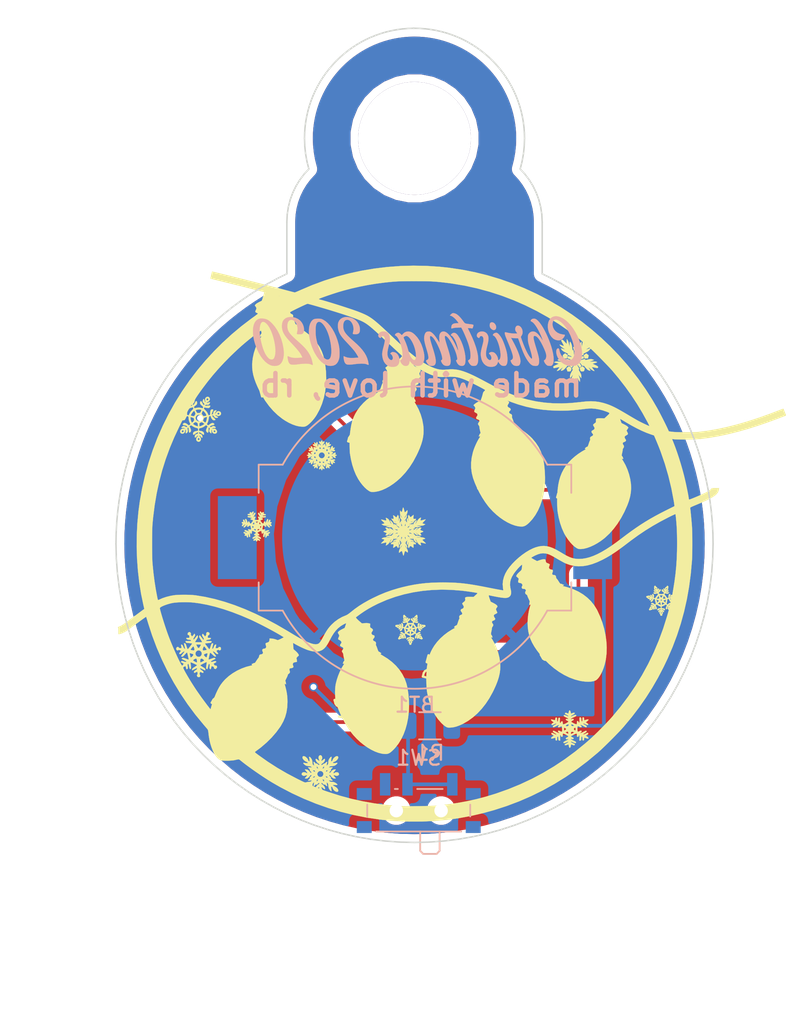
<source format=kicad_pcb>
(kicad_pcb (version 20171130) (host pcbnew "(5.1.8)-1")
  (layers (0 F.Cu signal) (31 B.Cu signal) (34 B.Paste user) (35 F.Paste user) (36 B.SilkS user) (37 F.SilkS user) (38 B.Mask user) (39 F.Mask user) (44 Edge.Cuts user))
  (net 0 "")
  (net 1 /Vin)
  (net 2 /GND)
  (net 3 /VRes)
  (net 4 "Net-(SW1-Pad3)")
  (module LED_SMD:LED_1206_3216Metric (layer F.Cu) (at -13.2 4.4 60)
    (fp_text reference D8 (at 0 -1.82 60) (layer F.SilkS))
    (fp_text value LED)
    (pad 2 smd roundrect (at 1.4 0 60) (size 1.25 1.75) (layers F.Cu F.Paste F.Mask) (roundrect_rratio 0.2) (net 3 /VRes))
    (pad 1 smd roundrect (at -1.4 0 60) (size 1.25 1.75) (layers F.Cu F.Paste F.Mask) (roundrect_rratio 0.2) (net 2 /GND))
  )
  (module LED_SMD:LED_1206_3216Metric (layer F.Cu) (at -5 3.8 105)
    (fp_text reference D7 (at 0 -1.82 105) (layer F.SilkS))
    (fp_text value LED)
    (pad 2 smd roundrect (at 1.4 0 105) (size 1.25 1.75) (layers F.Cu F.Paste F.Mask) (roundrect_rratio 0.2) (net 3 /VRes))
    (pad 1 smd roundrect (at -1.4 0 105) (size 1.25 1.75) (layers F.Cu F.Paste F.Mask) (roundrect_rratio 0.2) (net 2 /GND))
  )
  (module Button_Switch_SMD:SW_SPDT_PCM12 (layer B.Cu) (at -1.75 10.75 180)
    (fp_text reference SW1 (at 0 3.2) (layer B.SilkS) (effects (justify mirror)))
    (fp_text value SW_SPDT)
    (pad "" smd rect (at -3.65 0.78 180) (size 1 0.8) (layers B.Cu B.Paste B.Mask))
    (pad "" smd rect (at 3.65 0.78 180) (size 1 0.8) (layers B.Cu B.Paste B.Mask))
    (pad "" smd rect (at 3.65 -1.43 180) (size 1 0.8) (layers B.Cu B.Paste B.Mask))
    (pad "" smd rect (at -3.65 -1.43 180) (size 1 0.8) (layers B.Cu B.Paste B.Mask))
    (pad 3 smd rect (at 2.25 1.43 180) (size 0.7 1.5) (layers B.Cu B.Paste B.Mask) (net 4 "Net-(SW1-Pad3)"))
    (pad 2 smd rect (at 0.75 1.43 180) (size 0.7 1.5) (layers B.Cu B.Paste B.Mask) (net 3 /VRes))
    (pad 1 smd rect (at -2.25 1.43 180) (size 0.7 1.5) (layers B.Cu B.Paste B.Mask) (net 3 /VRes))
    (pad "" np_thru_hole circle (at 1.5 -0.33 180) (size 0.9 0.9) (drill 0.9) (layers *.Cu *.Mask))
    (pad "" np_thru_hole circle (at -1.5 -0.33 180) (size 0.9 0.9) (drill 0.9) (layers *.Cu *.Mask))
  )
  (module Resistor_SMD:R_1206_3216Metric (layer B.Cu) (at -1 5.4)
    (fp_text reference R1 (at 0 1.82 180) (layer B.SilkS) (effects (justify mirror)))
    (fp_text value R)
    (pad 2 smd roundrect (at 1.4625 0) (size 1.125 1.75) (layers B.Cu B.Paste B.Mask) (roundrect_rratio 0.2222213333333333) (net 1 /Vin))
    (pad 1 smd roundrect (at -1.4625 0) (size 1.125 1.75) (layers B.Cu B.Paste B.Mask) (roundrect_rratio 0.2222213333333333) (net 3 /VRes))
  )
  (module LED_SMD:LED_1206_3216Metric (layer F.Cu) (at 10 -10 75)
    (fp_text reference D6 (at 0 -1.82 75) (layer F.SilkS))
    (fp_text value LED)
    (pad 2 smd roundrect (at 1.4 0 75) (size 1.25 1.75) (layers F.Cu F.Paste F.Mask) (roundrect_rratio 0.2) (net 3 /VRes))
    (pad 1 smd roundrect (at -1.4 0 75) (size 1.25 1.75) (layers F.Cu F.Paste F.Mask) (roundrect_rratio 0.2) (net 2 /GND))
  )
  (module LED_SMD:LED_1206_3216Metric (layer F.Cu) (at 1 2 75)
    (fp_text reference D5 (at 0 -1.82 75) (layer F.SilkS))
    (fp_text value LED)
    (pad 2 smd roundrect (at 1.4 0 75) (size 1.25 1.75) (layers F.Cu F.Paste F.Mask) (roundrect_rratio 0.2) (net 3 /VRes))
    (pad 1 smd roundrect (at -1.4 0 75) (size 1.25 1.75) (layers F.Cu F.Paste F.Mask) (roundrect_rratio 0.2) (net 2 /GND))
  )
  (module LED_SMD:LED_1206_3216Metric (layer F.Cu) (at 4.25 -11.75 105)
    (fp_text reference D4 (at 0 -1.82 105) (layer F.SilkS))
    (fp_text value LED)
    (pad 2 smd roundrect (at 1.4 0 105) (size 1.25 1.75) (layers F.Cu F.Paste F.Mask) (roundrect_rratio 0.2) (net 3 /VRes))
    (pad 1 smd roundrect (at -1.4 0 105) (size 1.25 1.75) (layers F.Cu F.Paste F.Mask) (roundrect_rratio 0.2) (net 2 /GND))
  )
  (module LED_SMD:LED_1206_3216Metric (layer F.Cu) (at 8.25 -0.75 120)
    (fp_text reference D3 (at 0 -1.82 120) (layer F.SilkS))
    (fp_text value LED)
    (pad 2 smd roundrect (at 1.4 0 120) (size 1.25 1.75) (layers F.Cu F.Paste F.Mask) (roundrect_rratio 0.2) (net 3 /VRes))
    (pad 1 smd roundrect (at -1.4 0 120) (size 1.25 1.75) (layers F.Cu F.Paste F.Mask) (roundrect_rratio 0.2) (net 2 /GND))
  )
  (module LED_SMD:LED_1206_3216Metric (layer F.Cu) (at -4 -13.75 75)
    (fp_text reference D2 (at 0 -1.82 75) (layer F.SilkS))
    (fp_text value LED)
    (pad 2 smd roundrect (at 1.4 0 75) (size 1.25 1.75) (layers F.Cu F.Paste F.Mask) (roundrect_rratio 0.2) (net 3 /VRes))
    (pad 1 smd roundrect (at -1.4 0 75) (size 1.25 1.75) (layers F.Cu F.Paste F.Mask) (roundrect_rratio 0.2) (net 2 /GND))
  )
  (module LED_SMD:LED_1206_3216Metric (layer F.Cu) (at -10.25 -18 105)
    (fp_text reference D1 (at 0 -1.82 105) (layer F.SilkS))
    (fp_text value LED)
    (pad 2 smd roundrect (at 1.4 0 105) (size 1.25 1.75) (layers F.Cu F.Paste F.Mask) (roundrect_rratio 0.2) (net 3 /VRes))
    (pad 1 smd roundrect (at -1.4 0 105) (size 1.25 1.75) (layers F.Cu F.Paste F.Mask) (roundrect_rratio 0.2) (net 2 /GND))
  )
  (module Battery:BatteryHolder_MPD_BC2003_1x2032 (layer B.Cu) (at -2 -7.2)
    (fp_text reference BT1 (at 0 11.2) (layer B.SilkS) (effects (justify mirror)))
    (fp_text value Battery_Cell)
    (pad 2 smd circle (at 0 0) (size 17.8 17.8) (layers B.Cu B.Mask) (net 2 /GND))
    (pad 1 smd rect (at 11.905 0) (size 2.6 5.56) (layers B.Cu B.Paste B.Mask) (net 1 /Vin))
    (pad 1 smd rect (at -11.905 0) (size 2.6 5.56) (layers B.Cu B.Paste B.Mask) (net 1 /Vin))
  )
  (module LOGO (layer F.Cu) (at 0 0)
    (fp_text reference G*** hide)
    (fp_text value LOGO hide)
  )
  (module LOGO (layer F.Cu) (at 0 0)
    (fp_text reference G*** hide)
    (fp_text value LOGO hide)
  )
  (module LOGO (layer F.Cu) (at 0.2 -26)
    (fp_text reference G*** hide)
    (fp_text value LOGO hide)
  )
  (module LOGO (layer F.Cu) (at 0 0)
    (fp_text reference G*** hide)
    (fp_text value LOGO hide)
  )
  (module LOGO (layer F.Cu) (at 0 0)
    (fp_text reference G*** hide)
    (fp_text value LOGO hide)
  )
  (module LOGO (layer F.Cu) (at 0 0)
    (fp_text reference G*** hide)
    (fp_text value LOGO hide)
  )
  (module LOGO (layer F.Cu) (at 0 0)
    (fp_text reference G*** hide)
    (fp_text value LOGO hide)
  )
  (module Wire_Pads:SolderWirePad_single_0-8mmDrill (layer F.Cu) (at -2.031151 -33.936012)
    (fp_text reference "" (at 0 0) (layer F.SilkS) (effects (font (size 1.27 1.27))))
    (fp_text value "" (at 0 0) (layer F.SilkS) (effects (font (size 1.27 1.27))))
    (pad 1 thru_hole circle (at 0 0) (size 7.559524 7.559524) (drill 7.559524) (layers *.Cu *.Mask))
  )
  (gr_text "made with love, rb" (at -1.6 -17.4) (layer B.SilkS) (effects (font (size 1.5 1.5) (thickness 0.3)) (justify mirror)))
  (gr_line (start -2.1009 -41.30647) (end -2.4776 -41.29344) (layer Edge.Cuts) (width 0.1))
  (gr_line (start -2.4776 -41.29344) (end -2.8493 -41.26182) (layer Edge.Cuts) (width 0.1))
  (gr_line (start -2.8493 -41.26182) (end -3.2154 -41.21207) (layer Edge.Cuts) (width 0.1))
  (gr_line (start -3.2154 -41.21207) (end -3.5755 -41.14464) (layer Edge.Cuts) (width 0.1))
  (gr_line (start -3.5755 -41.14464) (end -3.9293 -41.06) (layer Edge.Cuts) (width 0.1))
  (gr_line (start -3.9293 -41.06) (end -4.2762 -40.95859) (layer Edge.Cuts) (width 0.1))
  (gr_line (start -4.2762 -40.95859) (end -4.6157 -40.84088) (layer Edge.Cuts) (width 0.1))
  (gr_line (start -4.6157 -40.84088) (end -4.9475 -40.70732) (layer Edge.Cuts) (width 0.1))
  (gr_line (start -4.9475 -40.70732) (end -5.2711 -40.55837) (layer Edge.Cuts) (width 0.1))
  (gr_line (start -5.2711 -40.55837) (end -5.586 -40.39449) (layer Edge.Cuts) (width 0.1))
  (gr_line (start -5.586 -40.39449) (end -5.8917 -40.21613) (layer Edge.Cuts) (width 0.1))
  (gr_line (start -5.8917 -40.21613) (end -6.1879 -40.02375) (layer Edge.Cuts) (width 0.1))
  (gr_line (start -6.1879 -40.02375) (end -6.474 -39.8178) (layer Edge.Cuts) (width 0.1))
  (gr_line (start -6.474 -39.8178) (end -6.7497 -39.5988) (layer Edge.Cuts) (width 0.1))
  (gr_line (start -6.7497 -39.5988) (end -7.0144 -39.3671) (layer Edge.Cuts) (width 0.1))
  (gr_line (start -7.0144 -39.3671) (end -7.2677 -39.1232) (layer Edge.Cuts) (width 0.1))
  (gr_line (start -7.2677 -39.1232) (end -7.5092 -38.8676) (layer Edge.Cuts) (width 0.1))
  (gr_line (start -7.5092 -38.8676) (end -7.7383 -38.6007) (layer Edge.Cuts) (width 0.1))
  (gr_line (start -7.7383 -38.6007) (end -7.9548 -38.3229) (layer Edge.Cuts) (width 0.1))
  (gr_line (start -7.9548 -38.3229) (end -8.158 -38.0349) (layer Edge.Cuts) (width 0.1))
  (gr_line (start -8.158 -38.0349) (end -8.3475 -37.7369) (layer Edge.Cuts) (width 0.1))
  (gr_line (start -8.3475 -37.7369) (end -8.523 -37.4294) (layer Edge.Cuts) (width 0.1))
  (gr_line (start -8.523 -37.4294) (end -8.6838 -37.113) (layer Edge.Cuts) (width 0.1))
  (gr_line (start -8.6838 -37.113) (end -8.8297 -36.788) (layer Edge.Cuts) (width 0.1))
  (gr_line (start -8.8297 -36.788) (end -8.9601 -36.455) (layer Edge.Cuts) (width 0.1))
  (gr_line (start -8.9601 -36.455) (end -9.0746 -36.1143) (layer Edge.Cuts) (width 0.1))
  (gr_line (start -9.0746 -36.1143) (end -9.1727 -35.7665) (layer Edge.Cuts) (width 0.1))
  (gr_line (start -9.1727 -35.7665) (end -9.254 -35.412) (layer Edge.Cuts) (width 0.1))
  (gr_line (start -9.254 -35.412) (end -9.318 -35.0512) (layer Edge.Cuts) (width 0.1))
  (gr_line (start -9.318 -35.0512) (end -9.3642 -34.6846) (layer Edge.Cuts) (width 0.1))
  (gr_line (start -9.3642 -34.6846) (end -9.3923 -34.3127) (layer Edge.Cuts) (width 0.1))
  (gr_line (start -9.3923 -34.3127) (end -9.4018 -33.9359) (layer Edge.Cuts) (width 0.1))
  (gr_line (start -9.4018 -33.9359) (end -9.3833 -33.4158) (layer Edge.Cuts) (width 0.1))
  (gr_line (start -9.3833 -33.4158) (end -9.3284 -32.899) (layer Edge.Cuts) (width 0.1))
  (gr_line (start -9.3284 -32.899) (end -9.2371 -32.3873) (layer Edge.Cuts) (width 0.1))
  (gr_line (start -9.2371 -32.3873) (end -9.1098 -31.8828) (layer Edge.Cuts) (width 0.1))
  (gr_line (start -9.1098 -31.8828) (end -9.4347 -31.5275) (layer Edge.Cuts) (width 0.1))
  (gr_line (start -9.4347 -31.5275) (end -9.7244 -31.142) (layer Edge.Cuts) (width 0.1))
  (gr_line (start -9.7244 -31.142) (end -9.9765 -30.7286) (layer Edge.Cuts) (width 0.1))
  (gr_line (start -9.9765 -30.7286) (end -10.1883 -30.2899) (layer Edge.Cuts) (width 0.1))
  (gr_line (start -10.1883 -30.2899) (end -10.3575 -29.8284) (layer Edge.Cuts) (width 0.1))
  (gr_line (start -10.3575 -29.8284) (end -10.4814 -29.3466) (layer Edge.Cuts) (width 0.1))
  (gr_line (start -10.4814 -29.3466) (end -10.5576 -28.847) (layer Edge.Cuts) (width 0.1))
  (gr_line (start -10.5576 -28.847) (end -10.5836 -28.3321) (layer Edge.Cuts) (width 0.1))
  (gr_line (start -10.5836 -28.3321) (end -10.5836 -24.8661) (layer Edge.Cuts) (width 0.1))
  (gr_line (start -10.5836 -24.8661) (end -11.2314 -24.5453) (layer Edge.Cuts) (width 0.1))
  (gr_line (start -11.2314 -24.5453) (end -11.8641 -24.2031) (layer Edge.Cuts) (width 0.1))
  (gr_line (start -11.8641 -24.2031) (end -12.4812 -23.8402) (layer Edge.Cuts) (width 0.1))
  (gr_line (start -12.4812 -23.8402) (end -13.0823 -23.4571) (layer Edge.Cuts) (width 0.1))
  (gr_line (start -13.0823 -23.4571) (end -13.6673 -23.0543) (layer Edge.Cuts) (width 0.1))
  (gr_line (start -13.6673 -23.0543) (end -14.2356 -22.6324) (layer Edge.Cuts) (width 0.1))
  (gr_line (start -14.2356 -22.6324) (end -14.787 -22.192) (layer Edge.Cuts) (width 0.1))
  (gr_line (start -14.787 -22.192) (end -15.3211 -21.7337) (layer Edge.Cuts) (width 0.1))
  (gr_line (start -15.3211 -21.7337) (end -15.8375 -21.2579) (layer Edge.Cuts) (width 0.1))
  (gr_line (start -15.8375 -21.2579) (end -16.336 -20.7652) (layer Edge.Cuts) (width 0.1))
  (gr_line (start -16.336 -20.7652) (end -16.816 -20.2563) (layer Edge.Cuts) (width 0.1))
  (gr_line (start -16.816 -20.2563) (end -17.2773 -19.7315) (layer Edge.Cuts) (width 0.1))
  (gr_line (start -17.2773 -19.7315) (end -17.7196 -19.1916) (layer Edge.Cuts) (width 0.1))
  (gr_line (start -17.7196 -19.1916) (end -18.1425 -18.6371) (layer Edge.Cuts) (width 0.1))
  (gr_line (start -18.1425 -18.6371) (end -18.5455 -18.0685) (layer Edge.Cuts) (width 0.1))
  (gr_line (start -18.5455 -18.0685) (end -18.9285 -17.4863) (layer Edge.Cuts) (width 0.1))
  (gr_line (start -18.9285 -17.4863) (end -19.291 -16.8912) (layer Edge.Cuts) (width 0.1))
  (gr_line (start -19.291 -16.8912) (end -19.6326 -16.2837) (layer Edge.Cuts) (width 0.1))
  (gr_line (start -19.6326 -16.2837) (end -19.9531 -15.6643) (layer Edge.Cuts) (width 0.1))
  (gr_line (start -19.9531 -15.6643) (end -20.252 -15.0337) (layer Edge.Cuts) (width 0.1))
  (gr_line (start -20.252 -15.0337) (end -20.529 -14.3922) (layer Edge.Cuts) (width 0.1))
  (gr_line (start -20.529 -14.3922) (end -20.7838 -13.7407) (layer Edge.Cuts) (width 0.1))
  (gr_line (start -20.7838 -13.7407) (end -21.016 -13.0794) (layer Edge.Cuts) (width 0.1))
  (gr_line (start -21.016 -13.0794) (end -21.2253 -12.4091) (layer Edge.Cuts) (width 0.1))
  (gr_line (start -21.2253 -12.4091) (end -21.4112 -11.7303) (layer Edge.Cuts) (width 0.1))
  (gr_line (start -21.4112 -11.7303) (end -21.5735 -11.0436) (layer Edge.Cuts) (width 0.1))
  (gr_line (start -21.5735 -11.0436) (end -21.7118 -10.3494) (layer Edge.Cuts) (width 0.1))
  (gr_line (start -21.7118 -10.3494) (end -21.8258 -9.6484) (layer Edge.Cuts) (width 0.1))
  (gr_line (start -21.8258 -9.6484) (end -21.915 -8.9411) (layer Edge.Cuts) (width 0.1))
  (gr_line (start -21.915 -8.9411) (end -21.9792 -8.2281) (layer Edge.Cuts) (width 0.1))
  (gr_line (start -21.9792 -8.2281) (end -22.018 -7.5099) (layer Edge.Cuts) (width 0.1))
  (gr_line (start -22.018 -7.5099) (end -22.031 -6.7871) (layer Edge.Cuts) (width 0.1))
  (gr_line (start -22.031 -6.7871) (end -22.0064 -5.7954) (layer Edge.Cuts) (width 0.1))
  (gr_line (start -22.0064 -5.7954) (end -21.9331 -4.8104) (layer Edge.Cuts) (width 0.1))
  (gr_line (start -21.9331 -4.8104) (end -21.8118 -3.8337) (layer Edge.Cuts) (width 0.1))
  (gr_line (start -21.8118 -3.8337) (end -21.6432 -2.8671) (layer Edge.Cuts) (width 0.1))
  (gr_line (start -21.6432 -2.8671) (end -21.4279 -1.9121) (layer Edge.Cuts) (width 0.1))
  (gr_line (start -21.4279 -1.9121) (end -21.1666 -0.9704) (layer Edge.Cuts) (width 0.1))
  (gr_line (start -21.1666 -0.9704) (end -20.8599 -0.0436) (layer Edge.Cuts) (width 0.1))
  (gr_line (start -20.8599 -0.0436) (end -20.5087 0.8666) (layer Edge.Cuts) (width 0.1))
  (gr_line (start -20.5087 0.8666) (end -20.1135 1.7586) (layer Edge.Cuts) (width 0.1))
  (gr_line (start -20.1135 1.7586) (end -19.675 2.6308) (layer Edge.Cuts) (width 0.1))
  (gr_line (start -19.675 2.6308) (end -19.1939 3.4814) (layer Edge.Cuts) (width 0.1))
  (gr_line (start -19.1939 3.4814) (end -18.6709 4.309) (layer Edge.Cuts) (width 0.1))
  (gr_line (start -18.6709 4.309) (end -18.1067 5.1118) (layer Edge.Cuts) (width 0.1))
  (gr_line (start -18.1067 5.1118) (end -17.5019 5.8881) (layer Edge.Cuts) (width 0.1))
  (gr_line (start -17.5019 5.8881) (end -16.8572 6.6365) (layer Edge.Cuts) (width 0.1))
  (gr_line (start -16.8572 6.6365) (end -16.1733 7.3551) (layer Edge.Cuts) (width 0.1))
  (gr_line (start -16.1733 7.3551) (end -15.4546 8.039) (layer Edge.Cuts) (width 0.1))
  (gr_line (start -15.4546 8.039) (end -14.7063 8.6837) (layer Edge.Cuts) (width 0.1))
  (gr_line (start -14.7063 8.6837) (end -13.93 9.2886) (layer Edge.Cuts) (width 0.1))
  (gr_line (start -13.93 9.2886) (end -13.1272 9.8528) (layer Edge.Cuts) (width 0.1))
  (gr_line (start -13.1272 9.8528) (end -12.2996 10.3759) (layer Edge.Cuts) (width 0.1))
  (gr_line (start -12.2996 10.3759) (end -11.449 10.857) (layer Edge.Cuts) (width 0.1))
  (gr_line (start -11.449 10.857) (end -10.5768 11.2955) (layer Edge.Cuts) (width 0.1))
  (gr_line (start -10.5768 11.2955) (end -9.6848 11.6907) (layer Edge.Cuts) (width 0.1))
  (gr_line (start -9.6848 11.6907) (end -8.7746 12.042) (layer Edge.Cuts) (width 0.1))
  (gr_line (start -8.7746 12.042) (end -7.8479 12.3486) (layer Edge.Cuts) (width 0.1))
  (gr_line (start -7.8479 12.3486) (end -6.9062 12.61) (layer Edge.Cuts) (width 0.1))
  (gr_line (start -6.9062 12.61) (end -5.9512 12.8253) (layer Edge.Cuts) (width 0.1))
  (gr_line (start -5.9512 12.8253) (end -4.9846 12.994) (layer Edge.Cuts) (width 0.1))
  (gr_line (start -4.9846 12.994) (end -4.0079 13.1153) (layer Edge.Cuts) (width 0.1))
  (gr_line (start -4.0079 13.1153) (end -3.0229 13.1886) (layer Edge.Cuts) (width 0.1))
  (gr_line (start -3.0229 13.1886) (end -2.0312 13.2132) (layer Edge.Cuts) (width 0.1))
  (gr_line (start -2.0312 13.2132) (end -1.0394 13.1886) (layer Edge.Cuts) (width 0.1))
  (gr_line (start -1.0394 13.1886) (end -0.0544 13.1153) (layer Edge.Cuts) (width 0.1))
  (gr_line (start -0.0544 13.1153) (end 0.9222 12.994) (layer Edge.Cuts) (width 0.1))
  (gr_line (start 0.9222 12.994) (end 1.8889 12.8253) (layer Edge.Cuts) (width 0.1))
  (gr_line (start 1.8889 12.8253) (end 2.8439 12.61) (layer Edge.Cuts) (width 0.1))
  (gr_line (start 2.8439 12.61) (end 3.7856 12.3486) (layer Edge.Cuts) (width 0.1))
  (gr_line (start 3.7856 12.3486) (end 4.7123 12.042) (layer Edge.Cuts) (width 0.1))
  (gr_line (start 4.7123 12.042) (end 5.6225 11.6907) (layer Edge.Cuts) (width 0.1))
  (gr_line (start 5.6225 11.6907) (end 6.5145 11.2955) (layer Edge.Cuts) (width 0.1))
  (gr_line (start 6.5145 11.2955) (end 7.3867 10.857) (layer Edge.Cuts) (width 0.1))
  (gr_line (start 7.3867 10.857) (end 8.2373 10.3759) (layer Edge.Cuts) (width 0.1))
  (gr_line (start 8.2373 10.3759) (end 9.0649 9.8528) (layer Edge.Cuts) (width 0.1))
  (gr_line (start 9.0649 9.8528) (end 9.8676 9.2886) (layer Edge.Cuts) (width 0.1))
  (gr_line (start 9.8676 9.2886) (end 10.644 8.6837) (layer Edge.Cuts) (width 0.1))
  (gr_line (start 10.644 8.6837) (end 11.3923 8.039) (layer Edge.Cuts) (width 0.1))
  (gr_line (start 11.3923 8.039) (end 12.111 7.3551) (layer Edge.Cuts) (width 0.1))
  (gr_line (start 12.111 7.3551) (end 12.7949 6.6365) (layer Edge.Cuts) (width 0.1))
  (gr_line (start 12.7949 6.6365) (end 13.4395 5.8881) (layer Edge.Cuts) (width 0.1))
  (gr_line (start 13.4395 5.8881) (end 14.0443 5.1118) (layer Edge.Cuts) (width 0.1))
  (gr_line (start 14.0443 5.1118) (end 14.6086 4.309) (layer Edge.Cuts) (width 0.1))
  (gr_line (start 14.6086 4.309) (end 15.1316 3.4814) (layer Edge.Cuts) (width 0.1))
  (gr_line (start 15.1316 3.4814) (end 15.6127 2.6308) (layer Edge.Cuts) (width 0.1))
  (gr_line (start 15.6127 2.6308) (end 16.0511 1.7586) (layer Edge.Cuts) (width 0.1))
  (gr_line (start 16.0511 1.7586) (end 16.4464 0.8666) (layer Edge.Cuts) (width 0.1))
  (gr_line (start 16.4464 0.8666) (end 16.7976 -0.0436) (layer Edge.Cuts) (width 0.1))
  (gr_line (start 16.7976 -0.0436) (end 17.1042 -0.9704) (layer Edge.Cuts) (width 0.1))
  (gr_line (start 17.1042 -0.9704) (end 17.3655 -1.9121) (layer Edge.Cuts) (width 0.1))
  (gr_line (start 17.3655 -1.9121) (end 17.5809 -2.8671) (layer Edge.Cuts) (width 0.1))
  (gr_line (start 17.5809 -2.8671) (end 17.7495 -3.8337) (layer Edge.Cuts) (width 0.1))
  (gr_line (start 17.7495 -3.8337) (end 17.8708 -4.8104) (layer Edge.Cuts) (width 0.1))
  (gr_line (start 17.8708 -4.8104) (end 17.9441 -5.7954) (layer Edge.Cuts) (width 0.1))
  (gr_line (start 17.9441 -5.7954) (end 17.9687 -6.7871) (layer Edge.Cuts) (width 0.1))
  (gr_line (start 17.9687 -6.7871) (end 17.9556 -7.5099) (layer Edge.Cuts) (width 0.1))
  (gr_line (start 17.9556 -7.5099) (end 17.9168 -8.2281) (layer Edge.Cuts) (width 0.1))
  (gr_line (start 17.9168 -8.2281) (end 17.8527 -8.9411) (layer Edge.Cuts) (width 0.1))
  (gr_line (start 17.8527 -8.9411) (end 17.7634 -9.6484) (layer Edge.Cuts) (width 0.1))
  (gr_line (start 17.7634 -9.6484) (end 17.6494 -10.3493) (layer Edge.Cuts) (width 0.1))
  (gr_line (start 17.6494 -10.3493) (end 17.5111 -11.0435) (layer Edge.Cuts) (width 0.1))
  (gr_line (start 17.5111 -11.0435) (end 17.3488 -11.7302) (layer Edge.Cuts) (width 0.1))
  (gr_line (start 17.3488 -11.7302) (end 17.1628 -12.409) (layer Edge.Cuts) (width 0.1))
  (gr_line (start 17.1628 -12.409) (end 16.9536 -13.0793) (layer Edge.Cuts) (width 0.1))
  (gr_line (start 16.9536 -13.0793) (end 16.7214 -13.7405) (layer Edge.Cuts) (width 0.1))
  (gr_line (start 16.7214 -13.7405) (end 16.4666 -14.392) (layer Edge.Cuts) (width 0.1))
  (gr_line (start 16.4666 -14.392) (end 16.1895 -15.0334) (layer Edge.Cuts) (width 0.1))
  (gr_line (start 16.1895 -15.0334) (end 15.8906 -15.6641) (layer Edge.Cuts) (width 0.1))
  (gr_line (start 15.8906 -15.6641) (end 15.5701 -16.2834) (layer Edge.Cuts) (width 0.1))
  (gr_line (start 15.5701 -16.2834) (end 15.2285 -16.8909) (layer Edge.Cuts) (width 0.1))
  (gr_line (start 15.2285 -16.8909) (end 14.866 -17.486) (layer Edge.Cuts) (width 0.1))
  (gr_line (start 14.866 -17.486) (end 14.4831 -18.0682) (layer Edge.Cuts) (width 0.1))
  (gr_line (start 14.4831 -18.0682) (end 14.08 -18.6368) (layer Edge.Cuts) (width 0.1))
  (gr_line (start 14.08 -18.6368) (end 13.6572 -19.1913) (layer Edge.Cuts) (width 0.1))
  (gr_line (start 13.6572 -19.1913) (end 13.2149 -19.7312) (layer Edge.Cuts) (width 0.1))
  (gr_line (start 13.2149 -19.7312) (end 12.7536 -20.2559) (layer Edge.Cuts) (width 0.1))
  (gr_line (start 12.7536 -20.2559) (end 12.2735 -20.7648) (layer Edge.Cuts) (width 0.1))
  (gr_line (start 12.2735 -20.7648) (end 11.7751 -21.2575) (layer Edge.Cuts) (width 0.1))
  (gr_line (start 11.7751 -21.2575) (end 11.2587 -21.7332) (layer Edge.Cuts) (width 0.1))
  (gr_line (start 11.2587 -21.7332) (end 10.7246 -22.1916) (layer Edge.Cuts) (width 0.1))
  (gr_line (start 10.7246 -22.1916) (end 10.1732 -22.632) (layer Edge.Cuts) (width 0.1))
  (gr_line (start 10.1732 -22.632) (end 9.6049 -23.0538) (layer Edge.Cuts) (width 0.1))
  (gr_line (start 9.6049 -23.0538) (end 9.02 -23.4566) (layer Edge.Cuts) (width 0.1))
  (gr_line (start 9.02 -23.4566) (end 8.4188 -23.8397) (layer Edge.Cuts) (width 0.1))
  (gr_line (start 8.4188 -23.8397) (end 7.8017 -24.2026) (layer Edge.Cuts) (width 0.1))
  (gr_line (start 7.8017 -24.2026) (end 7.1691 -24.5448) (layer Edge.Cuts) (width 0.1))
  (gr_line (start 7.1691 -24.5448) (end 6.5213 -24.8656) (layer Edge.Cuts) (width 0.1))
  (gr_line (start 6.5213 -24.8656) (end 6.5213 -28.3321) (layer Edge.Cuts) (width 0.1))
  (gr_line (start 6.5213 -28.3321) (end 6.4953 -28.847) (layer Edge.Cuts) (width 0.1))
  (gr_line (start 6.4953 -28.847) (end 6.4191 -29.3466) (layer Edge.Cuts) (width 0.1))
  (gr_line (start 6.4191 -29.3466) (end 6.2952 -29.8284) (layer Edge.Cuts) (width 0.1))
  (gr_line (start 6.2952 -29.8284) (end 6.126 -30.2899) (layer Edge.Cuts) (width 0.1))
  (gr_line (start 6.126 -30.2899) (end 5.9141 -30.7286) (layer Edge.Cuts) (width 0.1))
  (gr_line (start 5.9141 -30.7286) (end 5.6621 -31.142) (layer Edge.Cuts) (width 0.1))
  (gr_line (start 5.6621 -31.142) (end 5.3724 -31.5275) (layer Edge.Cuts) (width 0.1))
  (gr_line (start 5.3724 -31.5275) (end 5.0475 -31.8828) (layer Edge.Cuts) (width 0.1))
  (gr_line (start 5.0475 -31.8828) (end 5.1748 -32.3873) (layer Edge.Cuts) (width 0.1))
  (gr_line (start 5.1748 -32.3873) (end 5.266 -32.899) (layer Edge.Cuts) (width 0.1))
  (gr_line (start 5.266 -32.899) (end 5.321 -33.4158) (layer Edge.Cuts) (width 0.1))
  (gr_line (start 5.321 -33.4158) (end 5.3394 -33.9359) (layer Edge.Cuts) (width 0.1))
  (gr_line (start 5.3394 -33.9359) (end 5.3304 -34.3014) (layer Edge.Cuts) (width 0.1))
  (gr_line (start 5.3304 -34.3014) (end 5.3034 -34.6644) (layer Edge.Cuts) (width 0.1))
  (gr_line (start 5.3034 -34.6644) (end 5.2587 -35.0243) (layer Edge.Cuts) (width 0.1))
  (gr_line (start 5.2587 -35.0243) (end 5.1965 -35.3805) (layer Edge.Cuts) (width 0.1))
  (gr_line (start 5.1965 -35.3805) (end 5.1172 -35.7325) (layer Edge.Cuts) (width 0.1))
  (gr_line (start 5.1172 -35.7325) (end 5.0209 -36.0795) (layer Edge.Cuts) (width 0.1))
  (gr_line (start 5.0209 -36.0795) (end 4.9079 -36.421) (layer Edge.Cuts) (width 0.1))
  (gr_line (start 4.9079 -36.421) (end 4.7784 -36.7565) (layer Edge.Cuts) (width 0.1))
  (gr_line (start 4.7784 -36.7565) (end 4.6328 -37.0852) (layer Edge.Cuts) (width 0.1))
  (gr_line (start 4.6328 -37.0852) (end 4.4712 -37.4066) (layer Edge.Cuts) (width 0.1))
  (gr_line (start 4.4712 -37.4066) (end 4.2939 -37.7201) (layer Edge.Cuts) (width 0.1))
  (gr_line (start 4.2939 -37.7201) (end 4.1011 -38.0251) (layer Edge.Cuts) (width 0.1))
  (gr_line (start 4.1011 -38.0251) (end 3.8932 -38.3209) (layer Edge.Cuts) (width 0.1))
  (gr_line (start 3.8932 -38.3209) (end 3.6703 -38.6071) (layer Edge.Cuts) (width 0.1))
  (gr_line (start 3.6703 -38.6071) (end 3.4327 -38.8828) (layer Edge.Cuts) (width 0.1))
  (gr_line (start 3.4327 -38.8828) (end 3.1807 -39.1477) (layer Edge.Cuts) (width 0.1))
  (gr_line (start 3.1807 -39.1477) (end 2.9158 -39.3997) (layer Edge.Cuts) (width 0.1))
  (gr_line (start 2.9158 -39.3997) (end 2.64 -39.6373) (layer Edge.Cuts) (width 0.1))
  (gr_line (start 2.64 -39.6373) (end 2.3539 -39.8602) (layer Edge.Cuts) (width 0.1))
  (gr_line (start 2.3539 -39.8602) (end 2.0581 -40.06815) (layer Edge.Cuts) (width 0.1))
  (gr_line (start 2.0581 -40.06815) (end 1.7531 -40.26089) (layer Edge.Cuts) (width 0.1))
  (gr_line (start 1.7531 -40.26089) (end 1.4396 -40.43819) (layer Edge.Cuts) (width 0.1))
  (gr_line (start 1.4396 -40.43819) (end 1.1182 -40.59979) (layer Edge.Cuts) (width 0.1))
  (gr_line (start 1.1182 -40.59979) (end 0.7895 -40.74544) (layer Edge.Cuts) (width 0.1))
  (gr_line (start 0.7895 -40.74544) (end 0.454 -40.87489) (layer Edge.Cuts) (width 0.1))
  (gr_line (start 0.454 -40.87489) (end 0.1125 -40.98789) (layer Edge.Cuts) (width 0.1))
  (gr_line (start 0.1125 -40.98789) (end -0.2346 -41.0842) (layer Edge.Cuts) (width 0.1))
  (gr_line (start -0.2346 -41.0842) (end -0.5865 -41.16355) (layer Edge.Cuts) (width 0.1))
  (gr_line (start -0.5865 -41.16355) (end -0.9427 -41.22571) (layer Edge.Cuts) (width 0.1))
  (gr_line (start -0.9427 -41.22571) (end -1.3027 -41.27041) (layer Edge.Cuts) (width 0.1))
  (gr_line (start -1.3027 -41.27041) (end -1.6657 -41.29742) (layer Edge.Cuts) (width 0.1))
  (gr_line (start -1.6657 -41.29742) (end -2.0312 -41.30647) (layer Edge.Cuts) (width 0.1))
  (gr_line (start -2.0312 -41.30647) (end -2.1009 -41.30647) (layer Edge.Cuts) (width 0.1))
  (gr_line (start -2.1009 -41.30647) (end -2.1009 -41.30647) (layer Edge.Cuts) (width 0.1))
  (gr_line (start -2.1009 -41.30647) (end -2.1009 -41.30647) (layer Edge.Cuts) (width 0.1))
  (segment (start 10.655 -7) (end 10.655 5.345) (width 0.25) (layer B.Cu) (net 1))
  (segment (start 10.6 5.4) (end 0.4625 5.4) (width 0.25) (layer B.Cu) (net 1))
  (segment (start 10.655 5.345) (end 10.6 5.4) (width 0.25) (layer B.Cu) (net 1))
  (via (at -16.4 -15.2) (size 0.6) (drill 0.4) (layers F.Cu B.Cu) (net 2))
  (segment (start -11.335357 -15.2) (end -9.887653 -16.647704) (width 0.25) (layer F.Cu) (net 2))
  (segment (start -16.4 -15.2) (end -11.335357 -15.2) (width 0.25) (layer F.Cu) (net 2))
  (segment (start -8.612347 -16.647704) (end -4.362347 -12.397704) (width 0.25) (layer F.Cu) (net 2))
  (segment (start -9.887653 -16.647704) (end -8.612347 -16.647704) (width 0.25) (layer F.Cu) (net 2))
  (segment (start 2.612347 -12.397704) (end 4.612347 -10.397704) (width 0.25) (layer F.Cu) (net 2))
  (segment (start -4.362347 -12.397704) (end 2.612347 -12.397704) (width 0.25) (layer F.Cu) (net 2))
  (segment (start 7.887653 -10.397704) (end 9.637653 -8.647704) (width 0.25) (layer F.Cu) (net 2))
  (segment (start 4.612347 -10.397704) (end 7.887653 -10.397704) (width 0.25) (layer F.Cu) (net 2))
  (segment (start 9.637653 -8.647704) (end 9.637653 -5.437653) (width 0.25) (layer F.Cu) (net 2))
  (segment (start 8.95 -4.75) (end 8.95 0.462436) (width 0.25) (layer F.Cu) (net 2))
  (segment (start 9.637653 -5.437653) (end 8.95 -4.75) (width 0.25) (layer F.Cu) (net 2))
  (segment (start 3.527513 0.462436) (end 0.637653 3.352296) (width 0.25) (layer F.Cu) (net 2))
  (segment (start 8.95 0.462436) (end 3.527513 0.462436) (width 0.25) (layer F.Cu) (net 2))
  (segment (start -2.837653 3.352296) (end -4.637653 5.152296) (width 0.25) (layer F.Cu) (net 2))
  (segment (start 0.637653 3.352296) (end -2.837653 3.352296) (width 0.25) (layer F.Cu) (net 2))
  (segment (start -13.43986 5.152296) (end -13.9 5.612436) (width 0.25) (layer F.Cu) (net 2))
  (segment (start -4.637653 5.152296) (end -13.43986 5.152296) (width 0.25) (layer F.Cu) (net 2))
  (via (at -8.8 2.8) (size 0.6) (drill 0.4) (layers F.Cu B.Cu) (net 3))
  (segment (start -2.5 9.32) (end 0.5 9.32) (width 0.25) (layer B.Cu) (net 3))
  (segment (start -12.112436 2.8) (end -12.5 3.187564) (width 0.25) (layer F.Cu) (net 3))
  (segment (start -8.8 2.8) (end -12.112436 2.8) (width 0.25) (layer F.Cu) (net 3))
  (segment (start -2.4625 9.2825) (end -2.5 9.32) (width 0.25) (layer B.Cu) (net 3))
  (segment (start -2.4625 5.4) (end -2.4625 9.2825) (width 0.25) (layer B.Cu) (net 3))
  (segment (start -2.4625 5.4) (end -3.2 6.1375) (width 0.25) (layer B.Cu) (net 3))
  (segment (start -5.4625 6.1375) (end -8.8 2.8) (width 0.25) (layer B.Cu) (net 3))
  (segment (start -3.2 6.1375) (end -5.4625 6.1375) (width 0.25) (layer B.Cu) (net 3))
  (zone (net 3) (net_name /VRes) (layer F.Cu) (connect_pads (clearance 0.508)) (min_thickness 0.254) (fill yes (arc_segments 32) (thermal_gap 0.508) (thermal_bridge_width 0.508))
    (polygon (pts (xy 20.2 -41.6) (xy 21.4 22.6) (xy -28.6 25) (xy -29.4 -26) (xy -29.6 -43.2)))
  )
  (zone (net 2) (net_name /GND) (layer B.Cu) (connect_pads (clearance 0.508)) (min_thickness 0.254) (fill yes (arc_segments 32) (thermal_gap 0.508) (thermal_bridge_width 0.508))
    (polygon (pts (xy 21.4 23.6) (xy -29.8 25.4) (xy -28.6 -41) (xy -28.4 -41) (xy 22 -41.4)))
  )
)
</source>
